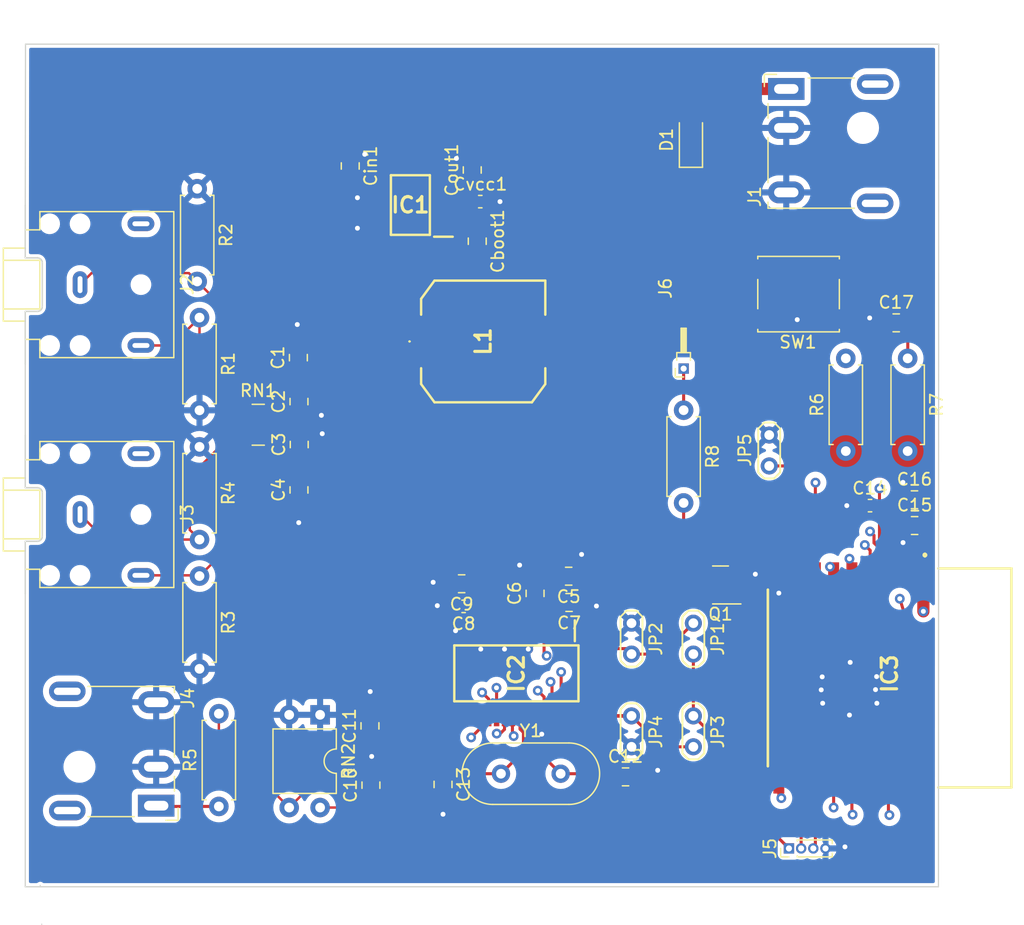
<source format=kicad_pcb>
(kicad_pcb (version 20221018) (generator pcbnew)
  (layers (0 "F.Cu" signal) (1 "In1.Cu" power) (2 "In2.Cu" power) (31 "B.Cu" signal) (34 "B.Paste" user) (35 "F.Paste" user) (36 "B.SilkS" user "B.Silkscreen") (37 "F.SilkS" user "F.Silkscreen") (38 "B.Mask" user) (39 "F.Mask" user) (44 "Edge.Cuts" user))
  (net 0 "")
  (net 1 "IC2-I2P")
  (net 2 "GND")
  (net 3 "IC2-I2N")
  (net 4 "IC2-I1P")
  (net 5 "IC2-I1N")
  (net 6 "+3V3")
  (net 7 "Net-(IC2-VREF)")
  (net 8 "IC2-VN")
  (net 9 "IC2-VP")
  (net 10 "Net-(IC2-OSCO)")
  (net 11 "Net-(IC2-OSCI)")
  (net 12 "/esp32/EN")
  (net 13 "Net-(IC1-BOOT)")
  (net 14 "Net-(IC1-SW)")
  (net 15 "Net-(D1-K)")
  (net 16 "Net-(IC1-VCC)")
  (net 17 "Net-(D1-A)")
  (net 18 "Net-(IC2-MMD0)")
  (net 19 "/adc/SDI")
  (net 20 "/adc/SCLK")
  (net 21 "/adc/ZX")
  (net 22 "/adc/IRQ")
  (net 23 "/adc/CF2")
  (net 24 "/adc/CF1")
  (net 25 "/adc/WarnOut")
  (net 26 "/adc/RESET")
  (net 27 "Net-(IC2-MMD1)")
  (net 29 "Net-(IC3-IO3)")
  (net 30 "Net-(IC3-TXD)")
  (net 31 "Net-(IC3-RXD)")
  (net 32 "Net-(IC3-IO9)")
  (net 33 "Net-(IC3-IO8)")
  (net 35 "I1N")
  (net 36 "I1P")
  (net 38 "I2P")
  (net 39 "I2N")
  (net 40 "VP")
  (net 41 "Net-(J6-Pin_1)")
  (net 42 "Net-(Q1-D)")
  (net 43 "/adc/SDO")
  (footprint "Resistor_THT:R_Axial_DIN0207_L6.3mm_D2.5mm_P7.62mm_Horizontal" (layer "F.Cu") (at 139.31 124.47 -90)
    (fp_text reference "R3")
    (fp_text value "2.4")
  )
  (footprint "Capacitor_SMD:C_0805_2012Metric" (layer "F.Cu") (at 153.39 141.65 90)
    (fp_text reference "C10")
    (fp_text value "33nF")
  )
  (footprint "Capacitor_SMD:C_0805_2012Metric" (layer "F.Cu") (at 198.03 118.2)
    (fp_text reference "C16")
    (fp_text value "0.1uF")
  )
  (footprint "Package_DIP:DIP-4_W7.62mm" (layer "F.Cu") (at 149.215 135.87 -90)
    (fp_text reference "RN2")
    (fp_text value "1k")
  )
  (footprint "Capacitor_SMD:C_0805_2012Metric" (layer "F.Cu") (at 174.3 140.97)
    (fp_text reference "C12")
    (fp_text value "12pF")
  )
  (footprint "Connector_PinHeader_1.00mm:PinHeader_1x01_P1.00mm_Horizontal" (layer "F.Cu") (at 179.07 107.42 90)
    (fp_text reference "J6")
    (fp_text value "ToSSR")
  )
  (footprint "Capacitor_SMD:C_0805_2012Metric" (layer "F.Cu") (at 160.84 125.1 180)
    (fp_text reference "C9")
    (fp_text value "1nF")
  )
  (footprint "L6981C33DR:SOIC127P600X175-8N" (layer "F.Cu") (at 156.63 93.98 180)
    (fp_text reference "IC1")
    (fp_text value "L6981C33DR" hide)
  )
  (footprint "Capacitor_SMD:C_0805_2012Metric" (layer "F.Cu") (at 161.71 91.1 90)
    (fp_text reference "Cout1")
    (fp_text value "22uF")
  )
  (footprint "TestPoint:TestPoint_2Pads_Pitch2.54mm_Drill0.8mm" (layer "F.Cu") (at 174.79 128.34 -90)
    (fp_text reference "JP2")
    (fp_text value "Jumper_2_Open")
  )
  (footprint "Capacitor_SMD:C_0805_2012Metric" (layer "F.Cu") (at 147.48 110.13 90)
    (fp_text reference "C2")
    (fp_text value "33nF")
  )
  (footprint "Resistor_THT:R_Axial_DIN0207_L6.3mm_D2.5mm_P7.62mm_Horizontal" (layer "F.Cu") (at 197.47 106.58 -90)
    (fp_text reference "R7")
    (fp_text value "10k")
  )
  (footprint "Connector_Audio:Jack_3.5mm_CUI_SJ1-3523N_Horizontal" (layer "F.Cu") (at 129.5 100.52 -90)
    (fp_text reference "J2")
    (fp_text value "AudioJack3")
    (fp_line (start -2.2 3.5) (end -2.2 4.5) (stroke (width 0.12)) (layer "Edge.Cuts"))
    (fp_line (start -2.2 4.5) (end -6.5 4.5) (stroke (width 0.12)) (layer "Edge.Cuts"))
    (fp_line (start 1.8 3.1) (end -1.8 3.1) (stroke (width 0.12)) (layer "Edge.Cuts"))
    (fp_line (start 2.2 3.5) (end 2.2 4.5) (stroke (width 0.12)) (layer "Edge.Cuts"))
    (fp_line (start 2.2 4.5) (end 6.5 4.5) (stroke (width 0.12)) (layer "Edge.Cuts"))
    (fp_arc (start -2.2 3.5) (mid -2.082843 3.217158) (end -1.8 3.1) (stroke (width 0.12)) (layer "Edge.Cuts"))
    (fp_arc (start 1.8 3.1) (mid 2.082843 3.217157) (end 2.2 3.5) (stroke (width 0.12)) (layer "Edge.Cuts"))
  )
  (footprint "TestPoint:TestPoint_2Pads_Pitch2.54mm_Drill0.8mm" (layer "F.Cu") (at 174.79 135.96 -90)
    (fp_text reference "JP4")
    (fp_text value "Jumper_2_Open")
  )
  (footprint "Capacitor_SMD:C_0805_2012Metric" (layer "F.Cu") (at 147.48 117.39 90)
    (fp_text reference "C4")
    (fp_text value "33nF")
  )
  (footprint "Capacitor_SMD:C_0603_1608Metric" (layer "F.Cu") (at 162.37 93.7)
    (fp_text reference "Cvcc1")
    (fp_text value "1uF")
  )
  (footprint "Capacitor_SMD:C_0805_2012Metric" (layer "F.Cu") (at 169.66 126.64 180)
    (fp_text reference "C7")
    (fp_text value "0.1uF")
  )
  (footprint "TestPoint:TestPoint_2Pads_Pitch2.54mm_Drill0.8mm" (layer "F.Cu") (at 179.87 135.96 -90)
    (fp_text reference "JP3")
    (fp_text value "Jumper_2_Bridged")
  )
  (footprint "MSS1038T-333MLC:MSS1038T333MLC" (layer "F.Cu") (at 162.61 105.19 90)
    (fp_text reference "L1")
    (fp_text value "33uH" hide)
  )
  (footprint "Resistor_THT:R_Axial_DIN0207_L6.3mm_D2.5mm_P7.62mm_Horizontal" (layer "F.Cu") (at 139.12 92.64 -90)
    (fp_text reference "R2")
    (fp_text value "2.4")
  )
  (footprint "Resistor_THT:R_Axial_DIN0207_L6.3mm_D2.5mm_P7.62mm_Horizontal" (layer "F.Cu") (at 140.9 143.4 90)
    (fp_text reference "R5")
    (fp_text value "17k")
  )
  (footprint "TestPoint:TestPoint_2Pads_Pitch2.54mm_Drill0.8mm" (layer "F.Cu") (at 179.87 128.34 -90)
    (fp_text reference "JP1")
    (fp_text value "Jumper_2_Bridged")
  )
  (footprint "Resistor_THT:R_Axial_DIN0207_L6.3mm_D2.5mm_P7.62mm_Horizontal" (layer "F.Cu") (at 179.07 110.84 -90)
    (fp_text reference "R8")
    (fp_text value "200")
  )
  (footprint "Capacitor_SMD:C_0805_2012Metric" (layer "F.Cu") (at 151.69 90.77 -90)
    (fp_text reference "Cin1")
    (fp_text value "10uF")
  )
  (footprint "Capacitor_SMD:C_0805_2012Metric" (layer "F.Cu") (at 169.63 124.48 180)
    (fp_text reference "C5")
    (fp_text value "10uF")
  )
  (footprint "Capacitor_SMD:C_0603_1608Metric" (layer "F.Cu") (at 194.38 118.68)
    (fp_text reference "C14")
    (fp_text value "1uF")
  )
  (footprint "Diode_SMD:Nexperia_CFP3_SOD-123W" (layer "F.Cu") (at 179.67 88.62 90)
    (fp_text reference "D1")
    (fp_text value "PMEG6020ELR")
  )
  (footprint "Connector_BarrelJack:BarrelJack_CUI_PJ-079BH_Horizontal" (layer "F.Cu") (at 135.752286 143.3375 -90)
    (fp_text reference "J4")
    (fp_text value "Barrel_Jack_Switch_Pin3Ring")
  )
  (footprint "TestPoint:TestPoint_2Pads_Pitch2.54mm_Drill0.8mm" (layer "F.Cu") (at 186.1 115.42 90)
    (fp_text reference "JP5")
    (fp_text value "Boot Option")
  )
  (footprint "Resistor_SMD:R_Array_Convex_4x0603" (layer "F.Cu") (at 144.135 112.035)
    (fp_text reference "RN1")
    (fp_text value "1k")
  )
  (footprint "Capacitor_SMD:C_0805_2012Metric" (layer "F.Cu") (at 147.43 106.52 90)
    (fp_text reference "C1")
    (fp_text value "33nF")
  )
  (footprint "Resistor_THT:R_Axial_DIN0207_L6.3mm_D2.5mm_P7.62mm_Horizontal" (layer "F.Cu") (at 139.31 113.85 -90)
    (fp_text reference "R4")
    (fp_text value "2.4")
  )
  (footprint "Capacitor_SMD:C_0805_2012Metric" (layer "F.Cu") (at 153.31 136.78 90)
    (fp_text reference "C11")
    (fp_text value "33nF")
  )
  (footprint "Capacitor_SMD:C_0805_2012Metric" (layer "F.Cu") (at 162.12 96.9525 -90)
    (fp_text reference "Cboot1")
    (fp_text value "100nF")
  )
  (footprint "Capacitor_SMD:C_0805_2012Metric" (layer "F.Cu") (at 166.87 125.89 90)
    (fp_text reference "C6")
    (fp_text value "0.1uF")
  )
  (footprint "Capacitor_SMD:C_0805_2012Metric" (layer "F.Cu") (at 198.04 120.32)
    (fp_text reference "C15")
    (fp_text value "10uF")
  )
  (footprint "Capacitor_SMD:C_0805_2012Metric" (layer "F.Cu") (at 159.31 141.59 -90)
    (fp_text reference "C13")
    (fp_text value "12pF")
  )
  (footprint "Connector_PinHeader_1.00mm:PinHeader_1x04_P1.00mm_Vertical" (layer "F.Cu") (at 187.72 146.85 90)
    (fp_text reference "J5")
    (fp_text value "UART")
  )
  (footprint "Connector_BarrelJack:BarrelJack_CUI_PJ-079BH_Horizontal" (layer "F.Cu") (at 187.5 84.4425 90)
    (fp_text reference "J1")
    (fp_text value "Barrel_Jack_Switch_Pin3Ring")
  )
  (footprint "Resistor_THT:R_Axial_DIN0207_L6.3mm_D2.5mm_P7.62mm_Horizontal" (layer "F.Cu") (at 192.39 114.2 90)
    (fp_text reference "R6")
    (fp_text value "10k")
  )
  (footprint "Capacitor_SMD:C_0603_1608Metric" (layer "F.Cu") (at 161 126.96 180)
    (fp_text reference "C8")
    (fp_text value "1uF")
  )
  (footprint "Capacitor_SMD:C_0805_2012Metric" (layer "F.Cu") (at 196.53 103.66)
    (fp_text reference "C17")
    (fp_text value "0.1uF")
  )
  (footprint "Capacitor_SMD:C_0805_2012Metric" (layer "F.Cu") (at 147.5 113.66 90)
    (fp_text reference "C3")
    (fp_text value "33nF")
  )
  (footprint "Button_Switch_SMD:SW_SPST_EVQQ2" (layer "F.Cu") (at 188.51 101.3 180)
    (fp_text reference "SW1")
    (fp_text value "SW_Push")
  )
  (footprint "Resistor_THT:R_Axial_DIN0207_L6.3mm_D2.5mm_P7.62mm_Horizontal" (layer "F.Cu") (at 139.31 103.23 -90)
    (fp_text reference "R1")
    (fp_text value "2.4")
  )
  (footprint "ATM90E26-YU-B:SOP65P778X199-28N" (layer "F.Cu") (at 165.335 132.462 -90)
    (fp_text reference "IC2")
    (fp_text value "ATM90E26-YU-B" hide)
  )
  (footprint "Connector_Audio:Jack_3.5mm_CUI_SJ1-3523N_Horizontal" (layer "F.Cu") (at 129.5 119.41 -90)
    (fp_text reference "J3")
    (fp_text value "AudioJack3")
    (fp_line (start -2.2 3.5) (end -2.2 4.5) (stroke (width 0.12)) (layer "Edge.Cuts"))
    (fp_line (start -2.2 4.5) (end -6.5 4.5) (stroke (width 0.12)) (layer "Edge.Cuts"))
    (fp_line (start 1.8 3.1) (end -1.8 3.1) (stroke (width 0.12)) (layer "Edge.Cuts"))
    (fp_line (start 2.2 3.5) (end 2.2 4.5) (stroke (width 0.12)) (layer "Edge.Cuts"))
    (fp_line (start 2.2 4.5) (end 6.5 4.5) (stroke (width 0.12)) (layer "Edge.Cuts"))
    (fp_arc (start -2.2 3.5) (mid -2.082843 3.217158) (end -1.8 3.1) (stroke (width 0.12)) (layer "Edge.Cuts"))
    (fp_arc (start 1.8 3.1) (mid 2.082843 3.217157) (end 2.2 3.5) (stroke (width 0.12)) (layer "Edge.Cuts"))
  )
  (footprint "Package_TO_SOT_SMD:SOT-23" (layer "F.Cu") (at 182.1 125.2 180)
    (fp_text reference "Q1")
    (fp_text value "BSS138")
  )
  (footprint "ESP32-C3-WROOM-02-N4:ESP32C3WROOM02N4" (layer "F.Cu") (at 192.69 133.8 -90)
    (fp_text reference "IC3")
    (fp_text value "ESP32-C3-WROOM-02-N4" hide)
  )
  (footprint "Crystal:Crystal_HC18-U_Vertical" (layer "F.Cu") (at 164.07 140.71)
    (fp_text reference "Y1")
    (fp_text value "8.192Mhz")
  )
  (gr_line (start 125 150) (end 200 150) (stroke (width 0.1)) (layer "Edge.Cuts"))
  (gr_line (start 200.02 80.76) (end 200 150) (stroke (width 0.1)) (layer "Edge.Cuts"))
  (gr_line (start 125.02 80.76) (end 125 94.02) (stroke (width 0.1)) (layer "Edge.Cuts"))
  (gr_line (start 126.23 149.89) (end 126.23 149.89) (stroke (width 0.1)) (layer "Edge.Cuts"))
  (gr_line (start 126.35 153.08) (end 126.35 153.08) (stroke (width 0.1)) (layer "Edge.Cuts"))
  (gr_line (start 125 125.91) (end 125 150) (stroke (width 0.1)) (layer "Edge.Cuts"))
  (gr_line (start 125 107.02) (end 125 112.91) (stroke (width 0.1)) (layer "Edge.Cuts"))
  (gr_line (start 125.02 80.76) (end 200.02 80.76) (stroke (width 0.1)) (layer "Edge.Cuts"))
  (segment (start 145.5925 110.9625) (end 145.37 110.74) (width 0.2) (layer "F.Cu") (net 1))
  (segment (start 145.11 109.79) (end 147.43 107.47) (width 0.2) (layer "F.Cu") (net 1))
  (segment (start 145.11 110.74) (end 145.11 109.79) (width 0.2) (layer "F.Cu") (net 1))
  (segment (start 165.66 125.7) (end 165.66 128.964) (width 0.2) (layer "F.Cu") (net 1))
  (segment (start 145.37 110.74) (end 145.11 110.74) (width 0.2) (layer "F.Cu") (net 1))
  (segment (start 147.43 107.47) (end 165.66 125.7) (width 0.2) (layer "F.Cu") (net 1))
  (segment (start 192.69 134.9) (end 193.1131 134.9) (width 0.25) (layer "F.Cu") (net 2))
  (segment (start 170.61 126.64) (end 171.62 126.64) (width 0.25) (layer "F.Cu") (net 2))
  (segment (start 193.79 133.8) (end 194.83 133.8) (width 0.508) (layer "F.Cu") (net 2))
  (segment (start 166.96 135.96) (end 166.96 134.960416) (width 0.25) (layer "F.Cu") (net 2))
  (segment (start 147.5 112.71) (end 149.33 112.71) (width 0.25) (layer "F.Cu") (net 2))
  (segment (start 176.4 140.97) (end 176.94 140.43) (width 0.25) (layer "F.Cu") (net 2))
  (segment (start 192.69 133.8) (end 193.79 133.8) (width 0.6) (layer "F.Cu") (net 2))
  (segment (start 166.87 124.84) (end 165.6 123.57) (width 0.25) (layer "F.Cu") (net 2))
  (segment (start 171.62 126.64) (end 171.91 126.93) (width 0.25) (layer "F.Cu") (net 2))
  (segment (start 159.31 142.54) (end 159.31 144.039998) (width 0.25) (layer "F.Cu") (net 2))
  (segment (start 194.35 103.26) (end 194.39 103.3) (width 0.25) (layer "F.Cu") (net 2))
  (segment (start 190.53 134.96) (end 190.49 134.92) (width 0.254) (layer "F.Cu") (net 2))
  (segment (start 188.3 103.3) (end 188.4 103.4) (width 0.25) (layer "F.Cu") (net 2))
  (segment (start 186.89 124.09) (end 186.83 124.09) (width 0.6) (layer "F.Cu") (net 2))
  (segment (start 174.79 140.88) (end 174.77 140.9) (width 0.3) (layer "F.Cu") (net 2))
  (segment (start 192.69 134.9) (end 191.59 134.9) (width 0.6) (layer "F.Cu") (net 2))
  (segment (start 192.69 131.62) (end 192.75 131.56) (width 0.25) (layer "F.Cu") (net 2))
  (segment (start 192.69 132.7) (end 192.69 131.62) (width 0.508) (layer "F.Cu") (net 2))
  (segment (start 190.78 134.9) (end 190.72 134.96) (width 0.254) (layer "F.Cu") (net 2))
  (segment (start 160.225 126.96) (end 158.9 126.96) (width 0.25) (layer "F.Cu") (net 2))
  (segment (start 166.96 137) (end 167.42 137.46) (width 0.25) (layer "F.Cu") (net 2))
  (segment (start 197.08 118.2) (end 197.08 116.77) (width 0.25) (layer "F.Cu") (net 2))
  (segment (start 191.59 132.7) (end 191.59 132.700002) (width 0.508) (layer "F.Cu") (net 2))
  (segment (start 152.315 93.345) (end 152.28 93.38) (width 0.25) (layer "F.Cu") (net 2))
  (segment (start 194.830012 133.800012) (end 194.830012 133.800024) (width 0.25) (layer "F.Cu") (net 2))
  (segment (start 149.33 112.71) (end 149.39 112.77) (width 0.25) (layer "F.Cu") (net 2))
  (segment (start 147.43 105.57) (end 147.43 103.89) (width 0.25) (layer "F.Cu") (net 2))
  (segment (start 197.09 120.32) (end 197.09 121.72) (width 0.25) (layer "F.Cu") (net 2))
  (segment (start 190.39 133.8) (end 190.37 133.82) (width 0.25) (layer "F.Cu") (net 2))
  (segment (start 191.59 132.7) (end 192.69 132.7) (width 0.6) (layer "F.Cu") (net 2))
  (segment (start 147.48 118.34) (end 147.48 120.06) (width 0.25) (layer "F.Cu") (net 2))
  (segment (start 192.69 133.8) (end 192.69 134.9) (width 0.6) (layer "F.Cu") (net 2))
  (segment (start 158.9 126.96) (end 158.84 126.9) (width 0.25) (layer "F.Cu") (net 2))
  (segment (start 188.5 103.3) (end 191.91 103.3) (width 0.25) (layer "F.Cu") (net 2))
  (segment (start 191.59 134.9) (end 190.78 134.9) (width 0.508) (layer "F.Cu") (net 2))
  (segment (start 194.67 132.5) (end 194.69 132.5) (width 0.254) (layer "F.Cu") (net 2))
  (segment (start 147.48 111.08) (end 147.48 112.69) (width 0.3) (layer "F.Cu") (net 2))
  (segment (start 170.58 122.8) (end 170.69 122.69) (width 0.25) (layer "F.Cu") (net 2))
  (segment (start 161.71 90.15) (end 160.41 90.15) (width 0.25) (layer "F.Cu") (net 2))
  (segment (start 147.48 112.69) (end 147.5 112.71) (width 0.3) (layer "F.Cu") (net 2))
  (segment (start 175.25 140.97) (end 176.4 140.97) (width 0.25) (layer "F.Cu") (net 2))
  (segment (start 153.918 93.345) (end 152.315 93.345) (width 0.25) (layer "F.Cu") (net 2))
  (segment (start 147.48 111.08) (end 147.95 111.08) (width 0.3) (layer "F.Cu") (net 2))
  (segment (start 149.14 111.08) (end 149.32 111.26) (width 0.25) (layer "F.Cu") (net 2))
  (segment (start 194.47 132.7) (end 194.67 132.5) (width 0.254) (layer "F.Cu") (net 2))
  (segment (start 188.4 103.4) (end 188.5 103.3) (width 0.25) (layer "F.Cu") (net 2))
  (segment (start 192.69 133.8) (end 192.69 132.7) (width 0.508) (layer "F.Cu") (net 2))
  (segment (start 183.0375 124.25) (end 184.895 124.25) (width 0.25) (layer "F.Cu") (net 2))
  (segment (start 166.96 135.96) (end 166.96 137) (width 0.25) (layer "F.Cu") (net 2))
  (segment (start 153.918 95.885) (end 152.5 95.885) (width 0.3) (layer "F.Cu") (net 2))
  (segment (start 190.45 132.75) (end 190.499998 132.700002) (width 0.6) (layer "F.Cu") (net 2))
  (segment (start 153.31 133.98) (end 153.33 133.96) (width 0.25) (layer "F.Cu") (net 2))
  (segment (start 192.19 146.85) (end 192.32 146.72) (width 0.25) (layer "F.Cu") (net 2))
  (segment (start 162.41 128.964) (end 162.41 130.47) (width 0.25) (layer "F.Cu") (net 2))
  (segment (start 195.22 103.3) (end 195.58 103.66) (width 0.25) (layer "F.Cu") (net 2))
  (segment (start 192.69 134.9) (end 192.69 135.89) (width 0.508) (layer "F.Cu") (net 2))
  (segment (start 190.62 133.8) (end 190.39 133.8) (width 0.25) (layer "F.Cu") (net 2))
  (segment (start 193.79 133.8) (end 193.3669 133.8) (width 0.25) (layer "F.Cu") (net 2))
  (segment (start 192.69 132.7) (end 193.79 132.7) (width 0.6) (layer "F.Cu") (net 2))
  (segment (start 159.31 144.039998) (end 159.310002 144.04) (width 0.25) (layer "F.Cu") (net 2))
  (segment (start 190.72 146.85) (end 192.19 146.85) (width 0.25) (layer "F.Cu") (net 2))
  (segment (start 193.79 132.7) (end 194.47 132.7) (width 0.508) (layer "F.Cu") (net 2))
  (segment (start 186.89 124.09) (end 186.89 125.87) (width 0.6) (layer "F.Cu") (net 2))
  (segment (start 151.69 89.82) (end 152.87 89.82) (width 0.25) (layer "F.Cu") (net 2))
  (segment (start 147.48 120.06) (end 147.46 120.08) (width 0.25) (layer "F.Cu") (net 2))
  (segment (start 194.610003 134.9) (end 194.630003 134.92) (width 0.254) (layer "F.Cu") (net 2))
  (segment (start 153.31 135.83) (end 153.31 133.98) (width 0.25) (layer "F.Cu") (net 2))
  (segment (start 166.87 124.94) (end 166.87 124.84) (width 0.25) (layer "F.Cu") (net 2))
  (segment (start 152.87 89.82) (end 152.88 89.81) (width 0.25) (layer "F.Cu") (net 2))
  (segment (start 170.58 124.48) (end 170.58 122.8) (width 0.25) (layer "F.Cu") (net 2))
  (segment (start 158.62 125.1) (end 158.5 124.98) (width 0.25) (layer "F.Cu") (net 2))
  (segment (start 147.43 103.89) (end 147.34 103.8) (width 0.25) (layer "F.Cu") (net 2))
  (segment (start 194.83 133.8) (end 194.830012 133.800012) (width 0.25) (layer "F.Cu") (net 2))
  (segment (start 184.895 124.25) (end 184.96 124.315) (width 0.25) (layer "F.Cu") (net 2))
  (segment (start 190.499998 132.700002) (end 191.59 132.700002) (width 0.6) (layer "F.Cu") (net 2))
  (segment (start 152.28 95.885) (end 152.5 95.885) (width 0.25) (layer "F.Cu") (net 2))
  (segment (start 163.145 93.7) (end 163.99 93.7) (width 0.25) (layer "F.Cu") (net 2))
  (segment (start 190.72 134.96) (end 190.53 134.96) (width 0.254) (layer "F.Cu") (net 2))
  (segment (start 193.79 134.9) (end 194.610003 134.9) (width 0.508) (layer "F.Cu") (net 2))
  (segment (start 191.59 133.8) (end 190.62 133.8) (width 0.508) (layer "F.Cu") (net 2))
  (segment (start 193.79 134.9) (end 192.69 134.9) (width 0.6) (layer "F.Cu") (net 2))
  (segment (start 153.39 139.35) (end 153.45 139.29) (width 0.25) (layer "F.Cu") (net 2))
  (segment (start 166.31 128.964) (end 166.31 130.47) (width 0.25) (layer "F.Cu") (net 2))
  (segment (start 191.91 103.3) (end 194.31 103.3) (width 0.25) (layer "F.Cu") (net 2))
  (segment (start 160.344 128.964) (end 160.34 128.96) (width 0.25) (layer "F.Cu") (net 2))
  (segment (start 185.11 103.3) (end 188.3 103.3) (width 0.25) (layer "F.Cu") (net 2))
  (segment (start 164.36 128.964) (end 164.36 130.47) (width 0.25) (layer "F.Cu") (net 2))
  (segment (start 191.59 133.8) (end 192.69 133.8) (width 0.6) (layer "F.Cu") (net 2))
  (segment (start 161.11 128.964) (end 160.344 128.964) (width 0.25) (layer "F.Cu") (net 2))
  (segment (start 194.39 103.3) (end 195.22 103.3) (width 0.25) (layer "F.Cu") (net 2))
  (segment (start 194.630003 134.92) (end 194.94 134.92) (width 0.254) (layer "F.Cu") (net 2))
  (segment (start 147.48 111.08) (end 149.14 111.08) (width 0.25) (layer "F.Cu") (net 2))
  (segment (start 194.31 103.3) (end 194.35 103.26) (width 0.25) (layer "F.Cu") (net 2))
  (segment (start 193.605 118.68) (end 192.47 118.68) (width 0.25) (layer "F.Cu") (net 2))
  (segment (start 153.39 140.7) (end 153.39 139.35) (width 0.25) (layer "F.Cu") (net 2))
  (segment (start 159.89 125.1) (end 158.62 125.1) (width 0.25) (layer "F.Cu") (net 2))
  (segment (start 194.69 132.5) (end 194.92 132.73) (width 0.254) (layer "F.Cu") (net 2))
  (via (at 160.41 90.15) (size 0.8) (drill 0.4) (layers "F.Cu" "B.Cu") (net 2))
  (via (at 197.08 116.77) (size 0.8) (drill 0.4) (layers "F.Cu" "B.Cu") (net 2))
  (via (at 192.69 135.89) (size 0.8) (drill 0.4) (layers "F.Cu" "B.Cu") (net 2))
  (via (at 194.92 132.73) (size 0.8) (drill 0.4) (layers "F.Cu" "B.Cu") (net 2))
  (via (at 170.69 122.69) (size 0.8) (drill 0.4) (layers "F.Cu" "B.Cu") (net 2))
  (via (at 149.39 112.77) (size 0.8) (drill 0.4) (layers "F.Cu" "B.Cu") (net 2))
  (via (at 152.28 95.885) (size 0.8) (drill 0.4) (layers "F.Cu" "B.Cu") (net 2))
  (via (at 188.4 103.4) (size 0.8) (drill 0.4) (layers "F.Cu" "B.Cu") (net 2))
  (via (at 165.6 123.57) (size 0.8) (drill 0.4) (layers "F.Cu" "B.Cu") (net 2))
  (via (at 152.88 89.81) (size 0.8) (drill 0.4) (layers "F.Cu" "B.Cu") (net 2))
  (via (at 176.94 140.43) (size 0.8) (drill 0.4) (layers "F.Cu" "B.Cu") (net 2))
  (via (at 164.36 130.47) (size 0.8) (drill 0.4) (layers "F.Cu" "B.Cu") (net 2))
  (via (at 197.09 121.72) (size 0.8) (drill 0.4) (layers "F.Cu" "B.Cu") (net 2))
  (via (at 190.37 133.82) (size 0.8) (drill 0.4) (layers "F.Cu" "B.Cu") (net 2))
  (via (at 153.33 133.96) (size 0.8) (drill 0.4) (layers "F.Cu" "B.Cu") (net 2))
  (via (at 194.94 134.92) (size 0.8) (drill 0.4) (layers "F.Cu" "B.Cu") (net 2))
  (via (at 159.310002 144.04) (size 0.8) (drill 0.4) (layers "F.Cu" "B.Cu") (net 2))
  (via (at 149.32 111.26) (size 0.8) (drill 0.4) (layers "F.Cu" "B.Cu") (net 2))
  (via (at 163.99 93.7) (size 0.8) (drill 0.4) (layers "F.Cu" "B.Cu") (net 2))
  (via (at 192.32 146.72) (size 0.8) (drill 0.4) (layers "F.Cu" "B.Cu") (net 2))
  (via (at 147.34 103.8) (size 0.8) (drill 0.4) (layers "F.Cu" "B.Cu") (net 2))
  (via (at 194.830012 133.800024) (size 0.8) (drill 0.4) (layers "F.Cu" "B.Cu") (net 2))
  (via (at 190.45 132.75) (size 0.8) (drill 0.4) (layers "F.Cu" "B.Cu") (net 2))
  (via (at 190.49 134.92) (size 0.8) (drill 0.4) (layers "F.Cu" "B.Cu") (net 2))
  (via (at 147.46 120.08) (size 0.8) (drill 0.4) (layers "F.Cu" "B.Cu") (net 2))
  (via (at 152.28 93.38) (size 0.8) (drill 0.4) (layers "F.Cu" "B.Cu") (net 2))
  (via (at 184.96 124.315) (size 0.8) (drill 0.4) (layers "F.Cu" "B.Cu") (net 2))
  (via (at 186.89 125.87) (size 0.8) (drill 0.4) (layers "F.Cu" "B.Cu") (net 2))
  (via (at 160.34 128.96) (size 0.8) (drill 0.4) (layers "F.Cu" "B.Cu") (net 2))
  (via (at 166.31 130.47) (size 0.8) (drill 0.4) (layers "F.Cu" "B.Cu") (net 2))
  (via (at 192.75 131.56) (size 0.8) (drill 0.4) (layers "F.Cu" "B.Cu") (net 2))
  (via (at 162.41 130.47) (size 0.8) (drill 0.4) (layers "F.Cu" "B.Cu") (net 2))
  (via (at 171.91 126.93) (size 0.8) (drill 0.4) (layers "F.Cu" "B.Cu") (net 2))
  (via (at 153.45 139.29) (size 0.8) (drill 0.4) (layers "F.Cu" "B.Cu") (net 2))
  (via (at 194.35 103.26) (size 0.8) (drill 0.4) (layers "F.Cu" "B.Cu") (net 2))
  (via (at 158.84 126.9) (size 0.8) (drill 0.4) (layers "F.Cu" "B.Cu") (net 2))
  (via (at 192.47 118.68) (size 0.8) (drill 0.4) (layers "F.Cu" "B.Cu") (net 2))
  (via (at 158.5 124.98) (size 0.8) (drill 0.4) (layers "F.Cu" "B.Cu") (net 2))
  (via (at 167.42 137.46) (size 0.8) (drill 0.4) (layers "F.Cu" "B.Cu") (net 2))
  (segment (start 145.11 111.635) (end 145.37 111.635) (width 0.2) (layer "F.Cu") (net 3))
  (segment (start 145.11 111.635) (end 145.885 111.635) (width 0.2) (layer "F.Cu") (net 3))
  (segment (start 146.455 110.205) (end 147.48 109.18) (width 0.2) (layer "F.Cu") (net 3))
  (segment (start 145.37 111.635) (end 145.5925 111.4125) (width 0.2) (layer "F.Cu") (net 3))
  (segment (start 146.455 111.065) (end 146.455 110.205) (width 0.2) (layer "F.Cu") (net 3))
  (segment (start 165.01 125.678886) (end 165.01 128.964) (width 0.2) (layer "F.Cu") (net 3))
  (segment (start 148.511114 109.18) (end 165.01 125.678886) (width 0.2) (layer "F.Cu") (net 3))
  (segment (start 145.885 111.635) (end 146.455 111.065) (width 0.2) (layer "F.Cu") (net 3))
  (segment (start 147.48 109.18) (end 148.511114 109.18) (width 0.2) (layer "F.Cu") (net 3))
  (segment (start 146.43 113.54) (end 147.5 114.61) (width 0.2) (layer "F.Cu") (net 4))
  (segment (start 145.885 112.435) (end 146.43 112.98) (width 0.2) (layer "F.Cu") (net 4))
  (segment (start 147.5 114.61) (end 153.375429 114.61) (width 0.2) (layer "F.Cu") (net 4))
  (segment (start 153.375429 114.61) (end 163.71 124.944571) (width 0.2) (layer "F.Cu") (net 4))
  (segment (start 145.11 112.435) (end 145.885 112.435) (width 0.2) (layer "F.Cu") (net 4))
  (segment (start 163.71 124.944571) (end 163.71 128.964) (width 0.2) (layer "F.Cu") (net 4))
  (segment (start 146.43 112.98) (end 146.43 113.54) (width 0.2) (layer "F.Cu") (net 4))
  (segment (start 163.06 124.860256) (end 163.06 128.964) (width 0.2) (layer "F.Cu") (net 5))
  (segment (start 145.11 113.33) (end 145.11 114.07) (width 0.2) (layer "F.Cu") (net 5))
  (segment (start 154.639744 116.44) (end 163.06 124.860256) (width 0.2) (layer "F.Cu") (net 5))
  (segment (start 145.465 113.33) (end 145.11 113.33) (width 0.2) (layer "F.Cu") (net 5))
  (segment (start 145.11 114.07) (end 147.48 116.44) (width 0.2) (layer "F.Cu") (net 5))
  (segment (start 147.48 116.44) (end 154.639744 116.44) (width 0.2) (layer "F.Cu") (net 5))
  (segment (start 198.76 127.37) (end 198.76 124.22) (width 1) (layer "F.Cu") (net 6))
  (segment (start 168.26 130.0665) (end 170.8135 132.62) (width 0.25) (layer "F.Cu") (net 6))
  (segment (start 168.71 126.64) (end 168.26 127.09) (width 0.25) (layer "F.Cu") (net 6))
  (segment (start 182.68 141.79) (end 184.58 143.69) (width 0.254) (layer "F.Cu") (net 6))
  (segment (start 166.96 126.93) (end 166.87 126.84) (width 0.25) (layer "F.Cu") (net 6))
  (segment (start 168.71 124.51) (end 168.68 124.48) (width 0.25) (layer "F.Cu") (net 6))
  (segment (start 167.07 126.64) (end 166.87 126.84) (width 0.25) (layer "F.Cu") (net 6))
  (segment (start 198.98 115.71) (end 198.98 118.2) (width 1) (layer "F.Cu") (net 6))
  (segment (start 187.595 146.725) (end 187.595 146.85) (width 0.254) (layer "F.Cu") (net 6))
  (segment (start 198.99 120.32) (end 198.99 123.99) (width 1) (layer "F.Cu") (net 6))
  (segment (start 198.99 118.21) (end 198.98 118.2) (width 1) (layer "F.Cu") (net 6))
  (segment (start 182.68 138.77) (end 182.68 141.79) (width 0.254) (layer "F.Cu") (net 6))
  (segment (start 161.685 92.075) (end 161.71 92.05) (width 0.508) (layer "F.Cu") (net 6))
  (segment (start 168.26 128.964) (end 168.26 130.0665) (width 0.25) (layer "F.Cu") (net 6))
  (segment (start 183.38 105.19) (end 192.39 114.2) (width 0.508) (layer "F.Cu") (net 6))
  (segment (start 197.47 114.2) (end 198.98 115.71) (width 1) (layer "F.Cu") (net 6))
  (segment (start 179.87 130.88) (end 179.87 132.62) (width 0.25) (layer "F.Cu") (net 6))
  (segment (start 168.71 126.64) (end 167.07 126.64) (width 0.25) (layer "F.Cu") (net 6))
  (segment (start 159.342 92.075) (end 161.685 92.075) (width 0.508) (layer "F.Cu") (net 6))
  (segment (start 168.26 127.09) (end 168.26 128.964) (width 0.25) (layer "F.Cu") (net 6))
  (segment (start 179.87 135.96) (end 182.68 138.77) (width 0.254) (layer "F.Cu") (net 6))
  (segment (start 166.96 128.964) (end 166.96 126.93) (width 0.25) (layer "F.Cu") (net 6))
  (segment (start 170.8135 132.62) (end 179.87 132.62) (width 0.25) (layer "F.Cu") (net 6))
  (segment (start 184.58 143.69) (end 184.58 143.71) (width 0.254) (layer "F.Cu") (net 6))
  (segment (start 198.99 123.99) (end 198.89 124.09) (width 1) (layer "F.Cu") (net 6))
  (segment (start 179.87 132.62) (end 179.87 135.96) (width 0.25) (layer "F.Cu") (net 6))
  (segment (start 168.71 126.64) (end 168.71 124.51) (width 0.25) (layer "F.Cu") (net 6))
  (segment (start 184.58 143.71) (end 187.595 146.725) (width 0.254) (layer "F.Cu") (net 6))
  (segment (start 198.76 124.22) (end 198.89 124.09) (width 1) (layer "F.Cu") (net 6))
  (segment (start 198.99 120.32) (end 198.99 118.21) (width 1) (layer "F.Cu") (net 6))
  (segment (start 192.39 114.2) (end 197.47 114.2) (width 0.508) (layer "F.Cu") (net 6))
  (segment (start 167.31 105.19) (end 183.38 105.19) (width 0.508) (layer "F.Cu") (net 6))
  (via (at 198.76 127.37) (size 0.8) (drill 0.4) (layers "F.Cu" "B.Cu") (net 6))
  (segment (start 161.79 126.945) (end 161.775 126.96) (width 0.25) (layer "F.Cu") (net 7))
  (segment (start 161.775 126.96) (end 161.775 128.949) (width 0.25) (layer "F.Cu") (net 7))
  (segment (start 161.79 125.1) (end 161.79 126.945) (width 0.25) (layer "F.Cu") (net 7))
  (segment (start 161.775 128.949) (end 161.76 128.964) (width 0.25) (layer "F.Cu") (net 7))
  (segment (start 161.11 135.96) (end 161.11 136.25) (width 0.3) (layer "F.Cu") (net 8))
  (segment (start 154.47 142.6) (end 161.11 135.96) (width 0.2) (layer "F.Cu") (net 8))
  (segment (start 153.39 142.6) (end 154.47 142.6) (width 0.2) (layer "F.Cu") (net 8))
  (segment (start 149.215 143.49) (end 152.5 143.49) (width 0.2) (layer "F.Cu") (net 8))
  (segment (start 152.5 143.49) (end 153.39 142.6) (width 0.2) (layer "F.Cu") (net 8))
  (segment (start 140.9 135.78) (end 140.9 137.715) (width 0.2) (layer "F.Cu") (net 9))
  (segment (start 152.435 137.73) (end 153.31 137.73) (width 0.2) (layer "F.Cu") (net 9))
  (segment (start 161.76 134.94) (end 161.76 135.96) (width 0.2) (layer "F.Cu") (net 9))
  (segment (start 153.31 137.73) (end 156.2325 134.8075) (width 0.2) (layer "F.Cu") (net 9))
  (segment (start 156.2325 134.8075) (end 161.6275 134.8075) (width 0.2) (layer "F.Cu") (net 9))
  (segment (start 161.6275 134.8075) (end 161.76 134.94) (width 0.2) (layer "F.Cu") (net 9))
  (segment (start 146.675 143.49) (end 152.435 137.73) (width 0.2) (layer "F.Cu") (net 9))
  (segment (start 140.9 137.715) (end 146.675 143.49) (width 0.2) (layer "F.Cu") (net 9))
  (segment (start 166.31 135.96) (end 166.31 136.974993) (width 0.3) (layer "F.Cu") (net 10))
  (segment (start 173.09 140.71) (end 173.35 140.97) (width 0.25) (layer "F.Cu") (net 10))
  (segment (start 166.413264 137.078258) (end 166.413264 138.153264) (width 0.25) (layer "F.Cu") (net 10))
  (segment (start 168.97 140.71) (end 173.09 140.71) (width 0.25) (layer "F.Cu") (net 10))
  (segment (start 166.31 136.974993) (end 166.413264 137.078258) (width 0.3) (layer "F.Cu") (net 10))
  (segment (start 166.413264 138.153264) (end 168.97 140.71) (width 0.25) (layer "F.Cu") (net 10))
  (segment (start 165.66 135.96) (end 165.66 137.0321) (width 0.3) (layer "F.Cu") (net 11))
  (segment (start 165.913264 138.866736) (end 164.07 140.71) (width 0.25) (layer "F.Cu") (net 11))
  (segment (start 159.38 140.71) (end 159.31 140.64) (width 0.25) (layer "F.Cu") (net 11))
  (segment (start 165.913264 137.285364) (end 165.913264 138.866736) (width 0.25) (layer "F.Cu") (net 11))
  (segment (start 164.07 140.71) (end 159.38 140.71) (width 0.25) (layer "F.Cu") (net 11))
  (segment (start 165.66 137.0321) (end 165.913264 137.285364) (width 0.3) (layer "F.Cu") (net 11))
  (segment (start 195.155 121.555) (end 197.39 123.79) (width 0.25) (layer "F.Cu") (net 12))
  (segment (start 195.155 118.68) (end 195.155 121.555) (width 0.25) (layer "F.Cu") (net 12))
  (segment (start 191.91 99.3) (end 193.12 99.3) (width 0.25) (layer "F.Cu") (net 12))
  (segment (start 197.39 123.79) (end 197.39 124.09) (width 0.25) (layer "F.Cu") (net 12))
  (segment (start 185.11 99.3) (end 191.91 99.3) (width 0.25) (layer "F.Cu") (net 12))
  (segment (start 193.12 99.3) (end 197.48 103.66) (width 0.25) (layer "F.Cu") (net 12))
  (segment (start 197.48 106.57) (end 197.47 106.58) (width 0.25) (layer "F.Cu") (net 12))
  (segment (start 195.155 118.68) (end 195.155 117.275) (width 0.25) (layer "F.Cu") (net 12))
  (segment (start 197.48 103.66) (end 197.48 106.57) (width 0.25) (layer "F.Cu") (net 12))
  (segment (start 195.155 117.275) (end 195.15 117.27) (width 0.25) (layer "F.Cu") (net 12))
  (via (at 195.15 117.27) (size 0.8) (drill 0.4) (layers "F.Cu" "B.Cu") (net 12))
  (segment (start 160.7325 94.615) (end 162.12 96.0025) (width 0.3) (layer "F.Cu") (net 13))
  (segment (start 159.342 94.615) (end 160.7325 94.615) (width 0.3) (layer "F.Cu") (net 13))
  (segment (start 162.12 97.9025) (end 161.3595 97.9025) (width 0.508) (layer "F.Cu") (net 14))
  (segment (start 161.3595 97.9025) (end 159.342 95.885) (width 0.508) (layer "F.Cu") (net 14))
  (segment (start 157.91 102.1125) (end 162.12 97.9025) (width 0.508) (layer "F.Cu") (net 14))
  (segment (start 161.447 97.99) (end 162.12 97.99) (width 0.3) (layer "F.Cu") (net 14))
  (segment (start 157.91 105.19) (end 157.91 102.1125) (width 0.508) (layer "F.Cu") (net 14))
  (segment (start 153.918 92.075) (end 155.475 92.075) (width 0.6) (layer "F.Cu") (net 15))
  (segment (start 155.58 92.18) (end 155.58 94.64) (width 0.6) (layer "F.Cu") (net 15))
  (segment (start 169.903 88.95) (end 157.043 88.95) (width 1) (layer "F.Cu") (net 15))
  (segment (start 157.043 88.95) (end 153.918 92.075) (width 1) (layer "F.Cu") (net 15))
  (segment (start 153.918 92.075) (end 152.045 92.075) (width 0.508) (layer "F.Cu") (net 15))
  (segment (start 155.555 94.615) (end 153.918 94.615) (width 0.6) (layer "F.Cu") (net 15))
  (segment (start 179.67 90.02) (end 170.973 90.02) (width 1) (layer "F.Cu") (net 15))
  (segment (start 155.475 92.075) (end 155.58 92.18) (width 0.6) (layer "F.Cu") (net 15))
  (segment (start 152.045 92.075) (end 151.69 91.72) (width 0.508) (layer "F.Cu") (net 15))
  (segment (start 155.58 94.64) (end 155.555 94.615) (width 0.6) (layer "F.Cu") (net 15))
  (segment (start 170.973 90.02) (end 169.903 88.95) (width 1) (layer "F.Cu") (net 15))
  (segment (start 161.24 93.345) (end 161.595 93.7) (width 0.25) (layer "F.Cu") (net 16))
  (segment (start 161.5 93.345) (end 161.855 93.7) (width 0.25) (layer "F.Cu") (net 16))
  (segment (start 159.342 93.345) (end 161.24 93.345) (width 0.25) (layer "F.Cu") (net 16))
  (segment (start 182.4475 84.4425) (end 179.67 87.22) (width 1) (layer "F.Cu") (net 17))
  (segment (start 187.5 84.4425) (end 182.4475 84.4425) (width 1) (layer "F.Cu") (net 17))
  (segment (start 174.79 135.96) (end 177.33 138.5) (width 0.25) (layer "F.Cu") (net 18))
  (segment (start 177.33 138.5) (end 179.87 138.5) (width 0.25) (layer "F.Cu") (net 18))
  (segment (start 169.56 135.96) (end 174.79 135.96) (width 0.3) (layer "F.Cu") (net 18))
  (segment (start 168.91 135.96) (end 169.01 135.86) (width 0.25) (layer "F.Cu") (net 19))
  (segment (start 191.39 124.005) (end 191.09 123.705) (width 0.25) (layer "F.Cu") (net 19))
  (segment (start 191.39 124.09) (end 191.39 124.005) (width 0.25) (layer "F.Cu") (net 19))
  (segment (start 169.01 135.86) (end 169.01 132.35) (width 0.25) (layer "F.Cu") (net 19))
  (via (at 191.09 123.705) (size 0.8) (drill 0.4) (layers "F.Cu" "B.Cu") (net 19))
  (via (at 169.01 132.35) (size 0.8) (drill 0.4) (layers "F.Cu" "B.Cu") (net 19))
  (segment (start 192.89 123.245) (end 192.69 123.045) (width 0.25) (layer "F.Cu") (net 20))
  (segment (start 167.61 135.96) (end 167.61 134.400756) (width 0.25) (layer "F.Cu") (net 20))
  (segment (start 192.89 124.09) (end 192.89 123.245) (width 0.25) (layer "F.Cu") (net 20))
  (segment (start 167.61 134.400756) (end 167.091412 133.882168) (width 0.25) (layer "F.Cu") (net 20))
  (via (at 192.69 123.045) (size 0.8) (drill 0.4) (layers "F.Cu" "B.Cu") (net 20))
  (via (at 167.091412 133.882168) (size 0.8) (drill 0.4) (layers "F.Cu" "B.Cu") (net 20))
  (segment (start 186.89 142.512829) (end 187.092171 142.715) (width 0.25) (layer "F.Cu") (net 21))
  (segment (start 165.01 137.513471) (end 165.113264 137.616735) (width 0.25) (layer "F.Cu") (net 21))
  (segment (start 165.01 135.96) (end 165.01 137.513471) (width 0.25) (layer "F.Cu") (net 21))
  (segment (start 186.89 141.59) (end 186.89 142.512829) (width 0.25) (layer "F.Cu") (net 21))
  (via (at 165.113264 137.616735) (size 0.8) (drill 0.4) (layers "F.Cu" "B.Cu") (net 21))
  (via (at 187.092171 142.715) (size 0.8) (drill 0.4) (layers "F.Cu" "B.Cu") (net 21))
  (segment (start 163.72 137.412502) (end 164.009998 137.412502) (width 0.25) (layer "F.Cu") (net 22))
  (segment (start 164.36 137.0625) (end 164.36 135.96) (width 0.25) (layer "F.Cu") (net 22))
  (segment (start 164.009998 137.412502) (end 164.36 137.0625) (width 0.25) (layer "F.Cu") (net 22))
  (segment (start 164.36 136.2) (end 164.44 136.28) (width 0.25) (layer "F.Cu") (net 22))
  (segment (start 164.36 135.96) (end 164.36 136.2) (width 0.25) (layer "F.Cu") (net 22))
  (segment (start 191.39 143.49) (end 191.39 141.59) (width 0.25) (layer "F.Cu") (net 22))
  (via (at 163.72 137.412502) (size 0.8) (drill 0.4) (layers "F.Cu" "B.Cu") (net 22))
  (via (at 191.39 143.49) (size 0.8) (drill 0.4) (layers "F.Cu" "B.Cu") (net 22))
  (segment (start 194.39 122.356293) (end 193.94999 121.916283) (width 0.25) (layer "F.Cu") (net 23))
  (segment (start 194.39 124.09) (end 194.39 122.356293) (width 0.25) (layer "F.Cu") (net 23))
  (segment (start 163.71 135.96) (end 163.71 133.66) (width 0.25) (layer "F.Cu") (net 23))
  (segment (start 163.71 133.66) (end 163.69995 133.64995) (width 0.25) (layer "F.Cu") (net 23))
  (via (at 163.69995 133.64995) (size 0.8) (drill 0.4) (layers "F.Cu" "B.Cu") (net 23))
  (via (at 193.94999 121.916283) (size 0.8) (drill 0.4) (layers "F.Cu" "B.Cu") (net 23))
  (segment (start 195.89 124.09) (end 195.89 122.926396) (width 0.25) (layer "F.Cu") (net 24))
  (segment (start 163.06 134.574858) (end 162.52001 134.034868) (width 0.25) (layer "F.Cu") (net 24))
  (segment (start 163.06 135.96) (end 163.06 134.574858) (width 0.25) (layer "F.Cu") (net 24))
  (segment (start 195.89 122.926396) (end 194.705 121.741396) (width 0.25) (layer "F.Cu") (net 24))
  (segment (start 194.705 121.741396) (end 194.705 121.128414) (width 0.25) (layer "F.Cu") (net 24))
  (segment (start 194.705 121.128414) (end 194.380046 120.80346) (width 0.25) (layer "F.Cu") (net 24))
  (via (at 194.380046 120.80346) (size 0.8) (drill 0.4) (layers "F.Cu" "B.Cu") (net 24))
  (via (at 162.52001 134.034868) (size 0.8) (drill 0.4) (layers "F.Cu" "B.Cu") (net 24))
  (segment (start 192.89 144.01) (end 192.89 141.59) (width 0.25) (layer "F.Cu") (net 25))
  (segment (start 162.41 136.94) (end 161.62 137.73) (width 0.25) (layer "F.Cu") (net 25))
  (segment (start 192.95 144.07) (end 192.89 144.01) (width 0.25) (layer "F.Cu") (net 25))
  (segment (start 162.41 135.96) (end 162.41 136.94) (width 0.25) (layer "F.Cu") (net 25))
  (via (at 192.95 144.07) (size 0.8) (drill 0.4) (layers "F.Cu" "B.Cu") (net 25))
  (via (at 161.62 137.73) (size 0.8) (drill 0.4) (layers "F.Cu" "B.Cu") (net 25))
  (segment (start 167.61 128.964) (end 167.61 130.808991) (width 0.25) (layer "F.Cu") (net 26))
  (segment (start 167.61 130.808991) (end 167.824357 131.023348) (width 0.25) (layer "F.Cu") (net 26))
  (segment (start 197.39 128.1458) (end 197.39 141.59) (width 0.25) (layer "F.Cu") (net 26))
  (segment (start 196.8219 126.33) (end 197.39 128.1458) (width 0.25) (layer "F.Cu") (net 26))
  (via (at 196.8219 126.33) (size 0.8) (drill 0.4) (layers "F.Cu" "B.Cu") (net 26))
  (via (at 167.824357 131.023348) (size 0.8) (drill 0.4) (layers "F.Cu" "B.Cu") (net 26))
  (segment (start 174.79 130.88) (end 177.33 130.88) (width 0.25) (layer "F.Cu") (net 27))
  (segment (start 177.33 130.88) (end 179.87 128.34) (width 0.25) (layer "F.Cu") (net 27))
  (segment (start 174.3401 130.4301) (end 174.79 130.88) (width 0.25) (layer "F.Cu") (net 27))
  (segment (start 169.56 128.964) (end 169.56 130.4301) (width 0.25) (layer "F.Cu") (net 27))
  (segment (start 169.56 130.4301) (end 174.3401 130.4301) (width 0.25) (layer "F.Cu") (net 27))
  (segment (start 183.0375 126.15) (end 183.0375 129.483516) (width 0.25) (layer "F.Cu") (net 29))
  (segment (start 183.0375 129.483516) (end 193.663984 140.11) (width 0.25) (layer "F.Cu") (net 29))
  (segment (start 194.39 141.59) (end 194.39 140.11) (width 0.3) (layer "F.Cu") (net 29))
  (segment (start 193.663984 140.11) (end 194.39 140.11) (width 0.25) (layer "F.Cu") (net 29))
  (segment (start 189.89 146.68) (end 189.72 146.85) (width 0.25) (layer "F.Cu") (net 30))
  (segment (start 189.89 141.59) (end 189.89 146.68) (width 0.25) (layer "F.Cu") (net 30))
  (segment (start 188.72 141.92) (end 188.72 146.85) (width 0.25) (layer "F.Cu") (net 31))
  (segment (start 188.39 141.59) (end 188.72 141.92) (width 0.25) (layer "F.Cu") (net 31))
  (segment (start 186.1 115.42) (end 187.45 115.42) (width 0.25) (layer "F.Cu") (net 32))
  (segment (start 188.39 116.36) (end 188.39 124.09) (width 0.25) (layer "F.Cu") (net 32))
  (segment (start 187.45 115.42) (end 188.39 116.36) (width 0.25) (layer "F.Cu") (net 32))
  (segment (start 188.39 124.09) (end 188.39 123.48) (width 0.3) (layer "F.Cu") (net 32))
  (segment (start 189.89 124.09) (end 189.89 116.8) (width 0.25) (layer "F.Cu") (net 33))
  (segment (start 189.89 116.8) (end 189.9 116.79) (width 0.25) (layer "F.Cu") (net 33))
  (via (at 189.9 116.79) (size 0.8) (drill 0.4) (layers "F.Cu" "B.Cu") (net 33))
  (segment (start 134.5 124.41) (end 139.25 124.41) (width 0.2) (layer "F.Cu") (net 35))
  (segment (start 143.16 120.62) (end 143.16 113.33) (width 0.2) (layer "F.Cu") (net 35))
  (segment (start 139.31 124.47) (end 143.16 120.62) (width 0.2) (layer "F.Cu") (net 35))
  (segment (start 139.25 124.41) (end 139.31 124.47) (width 0.2) (layer "F.Cu") (net 35))
  (segment (start 138.510001 116.309999) (end 142.385 112.435) (width 0.2) (layer "F.Cu") (net 36))
  (segment (start 139.31 121.47) (end 138.510001 120.670001) (width 0.2) (layer "F.Cu") (net 36))
  (segment (start 129.5 119.41) (end 131.56 121.47) (width 0.2) (layer "F.Cu") (net 36))
  (segment (start 138.510001 120.670001) (end 138.510001 116.309999) (width 0.2) (layer "F.Cu") (net 36))
  (segment (start 142.385 112.435) (end 143.16 112.435) (width 0.2) (layer "F.Cu") (net 36))
  (segment (start 131.56 121.47) (end 139.31 121.47) (width 0.2) (layer "F.Cu") (net 36))
  (segment (start 129.5 100.52) (end 130.45 99.57) (width 0.2) (layer "F.Cu") (net 38))
  (segment (start 138.43 99.57) (end 139.12 100.26) (width 0.2) (layer "F.Cu") (net 38))
  (segment (start 139.12 100.26) (end 143.16 104.3) (width 0.2) (layer "F.Cu") (net 38))
  (segment (start 130.45 99.57) (end 138.43 99.57) (width 0.2) (layer "F.Cu") (net 38))
  (segment (start 143.16 104.3) (end 143.16 110.74) (width 0.2) (layer "F.Cu") (net 38))
  (segment (start 139.31 103.23) (end 139.31 108.56) (width 0.2) (layer "F.Cu") (net 39))
  (segment (start 142.385 111.635) (end 143.16 111.635) (width 0.2) (layer "F.Cu") (net 39))
  (segment (start 134.5 105.52) (end 137.02 105.52) (width 0.2) (layer "F.Cu") (net 39))
  (segment (start 139.31 108.56) (end 142.385 111.635) (width 0.2) (layer "F.Cu") (net 39))
  (segment (start 137.02 105.52) (end 139.31 103.23) (width 0.2) (layer "F.Cu") (net 39))
  (segment (start 135.814786 143.4) (end 135.752286 143.3375) (width 0.25) (layer "F.Cu") (net 40))
  (segment (start 140.9 143.4) (end 135.814786 143.4) (width 0.25) (layer "F.Cu") (net 40))
  (segment (start 179.07 110.84) (end 179.07 107.42) (width 0.25) (layer "F.Cu") (net 41))
  (segment (start 179.07 123.1075) (end 181.1625 125.2) (width 0.25) (layer "F.Cu") (net 42))
  (segment (start 179.07 118.46) (end 179.07 123.1075) (width 0.25) (layer "F.Cu") (net 42))
  (segment (start 168.26 135.96) (end 168.26 133.28) (width 0.25) (layer "F.Cu") (net 43))
  (segment (start 168.26 135.96) (end 168.340808 135.879192) (width 0.25) (layer "F.Cu") (net 43))
  (segment (start 195.89 144.03) (end 195.97 144.11) (width 0.25) (layer "F.Cu") (net 43))
  (segment (start 168.26 133.28) (end 168.14 133.16) (width 0.25) (layer "F.Cu") (net 43))
  (segment (start 195.89 141.59) (end 195.89 144.03) (width 0.25) (layer "F.Cu") (net 43))
  (via (at 168.14 133.16) (size 0.8) (drill 0.4) (layers "F.Cu" "B.Cu") (net 43))
  (via (at 195.97 144.11) (size 0.8) (drill 0.4) (layers "F.Cu" "B.Cu") (net 43))
  (zone (net 6) (net_name "+3V3") (layer "F.Cu") (priority 2) (connect_pads yes (clearance 0.5)) (min_thickness 0.25) (fill yes (thermal_gap 0.5) (thermal_bridge_width 0.5))
    (polygon (pts (xy 158.65 91.12) (xy 174.97 91.07) (xy 181.3 103.407396) (xy 199.53 111.46) (xy 199.53 116.45) (xy 192.31 116.58) (xy 181.55 106.34) (xy 174.46 106.47) (xy 174.46 113.69) (xy 174.46 125.56) (xy 171.72 127.73) (xy 166.17 127.63)))
  )
  (zone (net 2) (net_name "GND") (layer "B.Cu") (priority 1) (connect_pads (clearance 0.5)) (min_thickness 0.25) (fill yes (thermal_gap 0.5) (thermal_bridge_width 0.5))
    (polygon (pts (xy 125.02 80.77) (xy 199.98 80.71) (xy 199.97 150.04) (xy 124.89 149.9)))
  )
)
</source>
